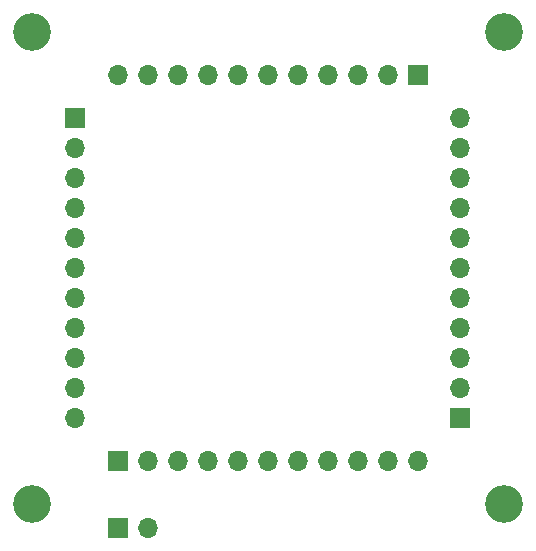
<source format=gbr>
%TF.GenerationSoftware,KiCad,Pcbnew,8.0.8*%
%TF.CreationDate,2025-02-10T18:58:52+09:00*%
%TF.ProjectId,OpenMPW-TR10,4f70656e-4d50-4572-9d54-5231302e6b69,rev?*%
%TF.SameCoordinates,Original*%
%TF.FileFunction,Soldermask,Bot*%
%TF.FilePolarity,Negative*%
%FSLAX46Y46*%
G04 Gerber Fmt 4.6, Leading zero omitted, Abs format (unit mm)*
G04 Created by KiCad (PCBNEW 8.0.8) date 2025-02-10 18:58:52*
%MOMM*%
%LPD*%
G01*
G04 APERTURE LIST*
%ADD10R,1.700000X1.700000*%
%ADD11O,1.700000X1.700000*%
%ADD12C,3.200000*%
G04 APERTURE END LIST*
D10*
%TO.C,J5*%
X137300000Y-122000000D03*
D11*
X139840000Y-122000000D03*
%TD*%
D12*
%TO.C,H1*%
X130000000Y-120000000D03*
%TD*%
D10*
%TO.C,J4*%
X133700000Y-87300000D03*
D11*
X133700000Y-89840000D03*
X133700000Y-92380000D03*
X133700000Y-94920000D03*
X133700000Y-97460000D03*
X133700000Y-100000000D03*
X133700000Y-102540000D03*
X133700000Y-105080000D03*
X133700000Y-107620000D03*
X133700000Y-110160000D03*
X133700000Y-112700000D03*
%TD*%
D10*
%TO.C,J2*%
X166300000Y-112700000D03*
D11*
X166300000Y-110160000D03*
X166300000Y-107620000D03*
X166300000Y-105080000D03*
X166300000Y-102540000D03*
X166300000Y-100000000D03*
X166300000Y-97460000D03*
X166300000Y-94920000D03*
X166300000Y-92380000D03*
X166300000Y-89840000D03*
X166300000Y-87300000D03*
%TD*%
D10*
%TO.C,J3*%
X162700000Y-83700000D03*
D11*
X160160000Y-83700000D03*
X157620000Y-83700000D03*
X155080000Y-83700000D03*
X152540000Y-83700000D03*
X150000000Y-83700000D03*
X147460000Y-83700000D03*
X144920000Y-83700000D03*
X142380000Y-83700000D03*
X139840000Y-83700000D03*
X137300000Y-83700000D03*
%TD*%
D12*
%TO.C,H2*%
X170000000Y-120000000D03*
%TD*%
%TO.C,H3*%
X170000000Y-80000000D03*
%TD*%
%TO.C,H4*%
X130000000Y-80000000D03*
%TD*%
D10*
%TO.C,J1*%
X137300000Y-116300000D03*
D11*
X139840000Y-116300000D03*
X142380000Y-116300000D03*
X144920000Y-116300000D03*
X147460000Y-116300000D03*
X150000000Y-116300000D03*
X152540000Y-116300000D03*
X155080000Y-116300000D03*
X157620000Y-116300000D03*
X160160000Y-116300000D03*
X162700000Y-116300000D03*
%TD*%
M02*

</source>
